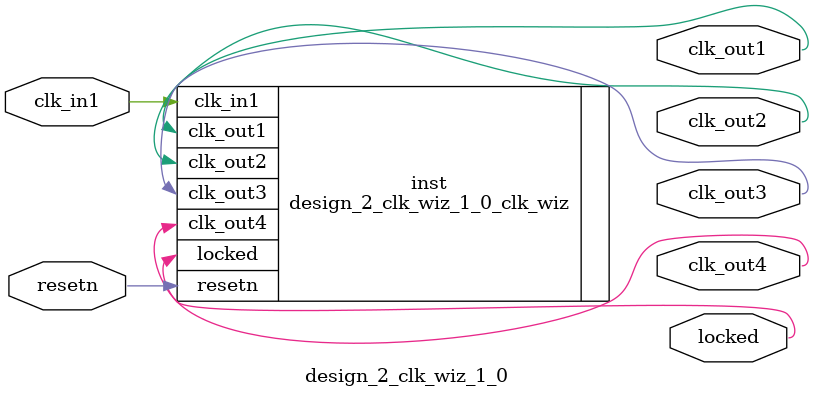
<source format=v>


`timescale 1ps/1ps

(* CORE_GENERATION_INFO = "design_2_clk_wiz_1_0,clk_wiz_v6_0_2_0_0,{component_name=design_2_clk_wiz_1_0,use_phase_alignment=true,use_min_o_jitter=false,use_max_i_jitter=false,use_dyn_phase_shift=false,use_inclk_switchover=false,use_dyn_reconfig=false,enable_axi=0,feedback_source=FDBK_AUTO,PRIMITIVE=MMCM,num_out_clk=4,clkin1_period=10.000,clkin2_period=10.000,use_power_down=false,use_reset=true,use_locked=true,use_inclk_stopped=false,feedback_type=SINGLE,CLOCK_MGR_TYPE=NA,manual_override=false}" *)

module design_2_clk_wiz_1_0 
 (
  // Clock out ports
  output        clk_out1,
  output        clk_out2,
  output        clk_out3,
  output        clk_out4,
  // Status and control signals
  input         resetn,
  output        locked,
 // Clock in ports
  input         clk_in1
 );

  design_2_clk_wiz_1_0_clk_wiz inst
  (
  // Clock out ports  
  .clk_out1(clk_out1),
  .clk_out2(clk_out2),
  .clk_out3(clk_out3),
  .clk_out4(clk_out4),
  // Status and control signals               
  .resetn(resetn), 
  .locked(locked),
 // Clock in ports
  .clk_in1(clk_in1)
  );

endmodule

</source>
